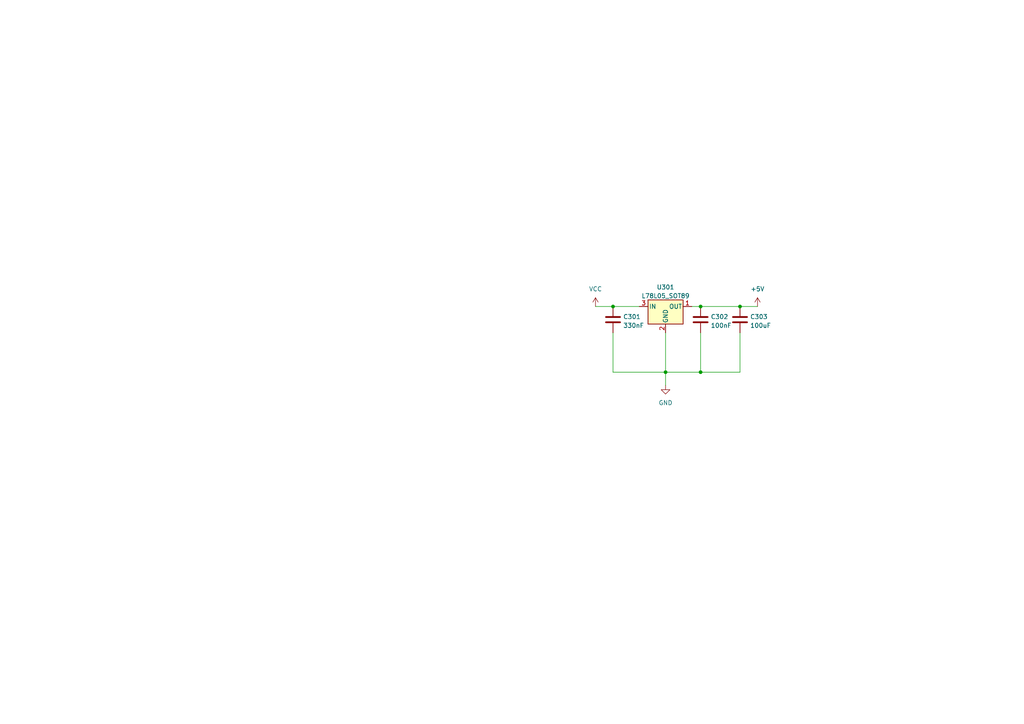
<source format=kicad_sch>
(kicad_sch (version 20230121) (generator eeschema)
  (paper "A4")
  (title_block (company "Train-Science"))
  (lib_symbols
    (symbol "Device:C" (pin_numbers hide) (pin_names (offset 0.254))
      (property "Reference" "C" (at 0.635 2.54 0))
      (property "Value" "C" (at 0.635 -2.54 0))
      (symbol "C_0_1"
        (polyline (pts (xy -2.032 -0.762) (xy 2.032 -0.762)) (stroke (width 0.508)))
        (polyline (pts (xy -2.032 0.762) (xy 2.032 0.762)) (stroke (width 0.508)))
      )
      (symbol "C_1_1"
        (pin passive line (at 0 3.81 270) (length 2.794) (name "~") (number "1"))
        (pin passive line (at 0 -3.81 90) (length 2.794) (name "~") (number "2"))
      )
    )
    (symbol "Regulator_Linear:L78L05_SOT89" (pin_names (offset 0.254))
      (property "Reference" "U" (at -3.81 3.175 0))
      (property "Value" "L78L05_SOT89" (at -0.635 3.175 0))
      (symbol "L78L05_SOT89_0_1"
        (rectangle (start -5.08 1.905) (end 5.08 -5.08) (stroke (width 0.254)) (fill (type background)))
      )
      (symbol "L78L05_SOT89_1_1"
        (pin power_out line (at 7.62 0 180) (length 2.54) (name "OUT") (number "1"))
        (pin power_in line (at 0 -7.62 90) (length 2.54) (name "GND") (number "2"))
        (pin power_in line (at -7.62 0 0) (length 2.54) (name "IN") (number "3"))
      )
    )
    (symbol "power:+5V" (power) (pin_names (offset 0))
      (property "Value" "+5V" (at 0 3.556 0))
      (symbol "+5V_0_1"
        (polyline (pts (xy -0.762 1.27) (xy 0 2.54)))
        (polyline (pts (xy 0 0) (xy 0 2.54)))
        (polyline (pts (xy 0 2.54) (xy 0.762 1.27)))
      )
      (symbol "+5V_1_1"
        (pin power_in line (at 0 0 90) (length 0) hide (name "+5V") (number "1"))
      )
    )
    (symbol "power:GND" (power) (pin_names (offset 0))
      (property "Value" "GND" (at 0 -3.81 0))
      (symbol "GND_0_1"
        (polyline (pts (xy 0 0) (xy 0 -1.27) (xy 1.27 -1.27) (xy 0 -2.54) (xy -1.27 -1.27) (xy 0 -1.27)))
      )
      (symbol "GND_1_1"
        (pin power_in line (at 0 0 270) (length 0) hide (name "GND") (number "1"))
      )
    )
    (symbol "power:VCC" (power) (pin_names (offset 0))
      (property "Value" "VCC" (at 0 3.81 0))
      (symbol "VCC_0_1"
        (polyline (pts (xy -0.762 1.27) (xy 0 2.54)))
        (polyline (pts (xy 0 0) (xy 0 2.54)))
        (polyline (pts (xy 0 2.54) (xy 0.762 1.27)))
      )
      (symbol "VCC_1_1"
        (pin power_in line (at 0 0 90) (length 0) hide (name "VCC") (number "1"))
      )
    )
  )
  (junction (at 203.2 88.9))
  (junction (at 214.63 88.9))
  (junction (at 193.04 107.95))
  (junction (at 177.8 88.9))
  (junction (at 203.2 107.95))
  (wire (pts (xy 177.8 88.9) (xy 185.42 88.9)))
  (wire (pts (xy 203.2 96.52) (xy 203.2 107.95)))
  (wire (pts (xy 193.04 107.95) (xy 193.04 111.76)))
  (wire (pts (xy 177.8 107.95) (xy 193.04 107.95)))
  (wire (pts (xy 214.63 96.52) (xy 214.63 107.95)))
  (wire (pts (xy 214.63 88.9) (xy 219.71 88.9)))
  (wire (pts (xy 177.8 96.52) (xy 177.8 107.95)))
  (wire (pts (xy 193.04 96.52) (xy 193.04 107.95)))
  (wire (pts (xy 203.2 107.95) (xy 214.63 107.95)))
  (wire (pts (xy 172.72 88.9) (xy 177.8 88.9)))
  (wire (pts (xy 200.66 88.9) (xy 203.2 88.9)))
  (wire (pts (xy 203.2 88.9) (xy 214.63 88.9)))
  (wire (pts (xy 193.04 107.95) (xy 203.2 107.95)))
  (symbol (lib_id "Device:C") (at 203.2 92.71 0) (unit 1)
    (property "Reference" "C302" (at 206.121 91.8753 0) (effects (justify left)))
    (property "Value" "100nF" (at 206.121 94.4122 0) (effects (justify left)))
    (property "Footprint" "Capacitor_SMD:C_0603_1608Metric_Pad1.08x0.95mm_HandSolder" (effects hide))
    (property "JLCPCB Part#" "C14663" (effects hide))
    (instances (project "OS-ServoDriver" (path "" (reference "C302") (unit 1))) (project "LDO" (path "" (reference "C302") (unit 1))) (project "general_schematics" (path "" (reference "C1802") (unit 1))))
  )
  (symbol (lib_id "Regulator_Linear:L78L05_SOT89") (at 193.04 88.9 0) (unit 1)
    (property "Reference" "U301" (at 193.04 83.2952 0))
    (property "Value" "L78L05_SOT89" (at 193.04 85.8321 0))
    (property "Footprint" "Package_TO_SOT_SMD:SOT-89-3" (effects hide))
    (property "Datasheet" "http://www.st.com/content/ccc/resource/technical/document/datasheet/15/55/e5/aa/23/5b/43/fd/CD00000446.pdf/files/CD00000446.pdf/jcr:content/translations/en.CD00000446.pdf" (effects hide))
    (property "JLCPCB Part#" "C71136" (effects hide))
    (instances (project "OS-ServoDriver" (path "" (reference "U301") (unit 1))) (project "LDO" (path "" (reference "U301") (unit 1))) (project "general_schematics" (path "" (reference "U1801") (unit 1))))
  )
  (symbol (lib_id "power:+5V") (at 219.71 88.9 0) (unit 1)
    (property "Reference" "#PWR0710" (effects hide))
    (property "Value" "+5V" (at 219.71 83.82 0))
  )
  (symbol (lib_id "power:GND") (at 193.04 111.76 0) (unit 1)
    (property "Reference" "#PWR0713" (effects hide))
    (property "Value" "GND" (at 193.04 116.84 0))
  )
  (symbol (lib_id "Device:C") (at 177.8 92.71 0) (unit 1)
    (property "Reference" "C301" (at 180.721 91.8753 0) (effects (justify left)))
    (property "Value" "330nF" (at 180.721 94.4122 0) (effects (justify left)))
    (property "Footprint" "Capacitor_SMD:C_0603_1608Metric_Pad1.08x0.95mm_HandSolder" (effects hide))
    (property "JLCPCB Part#" "C1615" (effects hide))
    (instances (project "OS-ServoDriver" (path "" (reference "C301") (unit 1))) (project "LDO" (path "" (reference "C301") (unit 1))) (project "general_schematics" (path "" (reference "C1801") (unit 1))))
  )
  (symbol (lib_id "Device:C") (at 214.63 92.71 0) (unit 1)
    (property "Reference" "C303" (at 217.551 91.8753 0) (effects (justify left)))
    (property "Value" "100uF" (at 217.551 94.4122 0) (effects (justify left)))
    (property "Footprint" "Capacitor_SMD:C_1206_3216Metric_Pad1.33x1.80mm_HandSolder" (effects hide))
    (property "JLCPCB Part#" "C15008" (effects hide))
    (instances (project "OS-ServoDriver" (path "" (reference "C303") (unit 1))) (project "LDO" (path "" (reference "C303") (unit 1))) (project "general_schematics" (path "" (reference "C1803") (unit 1))))
  )
  (symbol (lib_id "power:VCC") (at 172.72 88.9 0) (unit 1)
    (property "Reference" "#PWR0702" (effects hide))
    (property "Value" "VCC" (at 172.72 83.82 0))
  )
)
</source>
